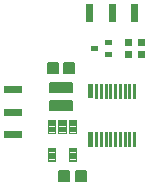
<source format=gbr>
G04 EAGLE Gerber RS-274X export*
G75*
%MOMM*%
%FSLAX34Y34*%
%LPD*%
%INSolderpaste Top*%
%IPPOS*%
%AMOC8*
5,1,8,0,0,1.08239X$1,22.5*%
G01*
%ADD10C,0.090000*%
%ADD11C,0.060000*%
%ADD12C,0.030000*%
%ADD13C,0.105000*%
%ADD14C,0.150000*%
%ADD15C,0.135000*%


D10*
X5950Y72550D02*
X20050Y72550D01*
X20050Y67450D01*
X5950Y67450D01*
X5950Y72550D01*
X5950Y68305D02*
X20050Y68305D01*
X20050Y69160D02*
X5950Y69160D01*
X5950Y70015D02*
X20050Y70015D01*
X20050Y70870D02*
X5950Y70870D01*
X5950Y71725D02*
X20050Y71725D01*
X20050Y91550D02*
X5950Y91550D01*
X20050Y91550D02*
X20050Y86450D01*
X5950Y86450D01*
X5950Y91550D01*
X5950Y87305D02*
X20050Y87305D01*
X20050Y88160D02*
X5950Y88160D01*
X5950Y89015D02*
X20050Y89015D01*
X20050Y89870D02*
X5950Y89870D01*
X5950Y90725D02*
X20050Y90725D01*
X20050Y110550D02*
X5950Y110550D01*
X20050Y110550D02*
X20050Y105450D01*
X5950Y105450D01*
X5950Y110550D01*
X5950Y106305D02*
X20050Y106305D01*
X20050Y107160D02*
X5950Y107160D01*
X5950Y108015D02*
X20050Y108015D01*
X20050Y108870D02*
X5950Y108870D01*
X5950Y109725D02*
X20050Y109725D01*
X80550Y165950D02*
X80550Y180050D01*
X80550Y165950D02*
X75450Y165950D01*
X75450Y180050D01*
X80550Y180050D01*
X80550Y166805D02*
X75450Y166805D01*
X75450Y167660D02*
X80550Y167660D01*
X80550Y168515D02*
X75450Y168515D01*
X75450Y169370D02*
X80550Y169370D01*
X80550Y170225D02*
X75450Y170225D01*
X75450Y171080D02*
X80550Y171080D01*
X80550Y171935D02*
X75450Y171935D01*
X75450Y172790D02*
X80550Y172790D01*
X80550Y173645D02*
X75450Y173645D01*
X75450Y174500D02*
X80550Y174500D01*
X80550Y175355D02*
X75450Y175355D01*
X75450Y176210D02*
X80550Y176210D01*
X80550Y177065D02*
X75450Y177065D01*
X75450Y177920D02*
X80550Y177920D01*
X80550Y178775D02*
X75450Y178775D01*
X75450Y179630D02*
X80550Y179630D01*
X99550Y180050D02*
X99550Y165950D01*
X94450Y165950D01*
X94450Y180050D01*
X99550Y180050D01*
X99550Y166805D02*
X94450Y166805D01*
X94450Y167660D02*
X99550Y167660D01*
X99550Y168515D02*
X94450Y168515D01*
X94450Y169370D02*
X99550Y169370D01*
X99550Y170225D02*
X94450Y170225D01*
X94450Y171080D02*
X99550Y171080D01*
X99550Y171935D02*
X94450Y171935D01*
X94450Y172790D02*
X99550Y172790D01*
X99550Y173645D02*
X94450Y173645D01*
X94450Y174500D02*
X99550Y174500D01*
X99550Y175355D02*
X94450Y175355D01*
X94450Y176210D02*
X99550Y176210D01*
X99550Y177065D02*
X94450Y177065D01*
X94450Y177920D02*
X99550Y177920D01*
X99550Y178775D02*
X94450Y178775D01*
X94450Y179630D02*
X99550Y179630D01*
X118550Y180050D02*
X118550Y165950D01*
X113450Y165950D01*
X113450Y180050D01*
X118550Y180050D01*
X118550Y166805D02*
X113450Y166805D01*
X113450Y167660D02*
X118550Y167660D01*
X118550Y168515D02*
X113450Y168515D01*
X113450Y169370D02*
X118550Y169370D01*
X118550Y170225D02*
X113450Y170225D01*
X113450Y171080D02*
X118550Y171080D01*
X118550Y171935D02*
X113450Y171935D01*
X113450Y172790D02*
X118550Y172790D01*
X118550Y173645D02*
X113450Y173645D01*
X113450Y174500D02*
X118550Y174500D01*
X118550Y175355D02*
X113450Y175355D01*
X113450Y176210D02*
X118550Y176210D01*
X118550Y177065D02*
X113450Y177065D01*
X113450Y177920D02*
X118550Y177920D01*
X118550Y178775D02*
X113450Y178775D01*
X113450Y179630D02*
X118550Y179630D01*
D11*
X80700Y71700D02*
X80700Y60300D01*
X77300Y60300D01*
X77300Y71700D01*
X80700Y71700D01*
X80700Y60870D02*
X77300Y60870D01*
X77300Y61440D02*
X80700Y61440D01*
X80700Y62010D02*
X77300Y62010D01*
X77300Y62580D02*
X80700Y62580D01*
X80700Y63150D02*
X77300Y63150D01*
X77300Y63720D02*
X80700Y63720D01*
X80700Y64290D02*
X77300Y64290D01*
X77300Y64860D02*
X80700Y64860D01*
X80700Y65430D02*
X77300Y65430D01*
X77300Y66000D02*
X80700Y66000D01*
X80700Y66570D02*
X77300Y66570D01*
X77300Y67140D02*
X80700Y67140D01*
X80700Y67710D02*
X77300Y67710D01*
X77300Y68280D02*
X80700Y68280D01*
X80700Y68850D02*
X77300Y68850D01*
X77300Y69420D02*
X80700Y69420D01*
X80700Y69990D02*
X77300Y69990D01*
X77300Y70560D02*
X80700Y70560D01*
X80700Y71130D02*
X77300Y71130D01*
X77300Y71700D02*
X80700Y71700D01*
X80700Y101300D02*
X80700Y112700D01*
X80700Y101300D02*
X77300Y101300D01*
X77300Y112700D01*
X80700Y112700D01*
X80700Y101870D02*
X77300Y101870D01*
X77300Y102440D02*
X80700Y102440D01*
X80700Y103010D02*
X77300Y103010D01*
X77300Y103580D02*
X80700Y103580D01*
X80700Y104150D02*
X77300Y104150D01*
X77300Y104720D02*
X80700Y104720D01*
X80700Y105290D02*
X77300Y105290D01*
X77300Y105860D02*
X80700Y105860D01*
X80700Y106430D02*
X77300Y106430D01*
X77300Y107000D02*
X80700Y107000D01*
X80700Y107570D02*
X77300Y107570D01*
X77300Y108140D02*
X80700Y108140D01*
X80700Y108710D02*
X77300Y108710D01*
X77300Y109280D02*
X80700Y109280D01*
X80700Y109850D02*
X77300Y109850D01*
X77300Y110420D02*
X80700Y110420D01*
X80700Y110990D02*
X77300Y110990D01*
X77300Y111560D02*
X80700Y111560D01*
X80700Y112130D02*
X77300Y112130D01*
X77300Y112700D02*
X80700Y112700D01*
D12*
X84850Y71850D02*
X84850Y60150D01*
X83150Y60150D01*
X83150Y71850D01*
X84850Y71850D01*
X84850Y60435D02*
X83150Y60435D01*
X83150Y60720D02*
X84850Y60720D01*
X84850Y61005D02*
X83150Y61005D01*
X83150Y61290D02*
X84850Y61290D01*
X84850Y61575D02*
X83150Y61575D01*
X83150Y61860D02*
X84850Y61860D01*
X84850Y62145D02*
X83150Y62145D01*
X83150Y62430D02*
X84850Y62430D01*
X84850Y62715D02*
X83150Y62715D01*
X83150Y63000D02*
X84850Y63000D01*
X84850Y63285D02*
X83150Y63285D01*
X83150Y63570D02*
X84850Y63570D01*
X84850Y63855D02*
X83150Y63855D01*
X83150Y64140D02*
X84850Y64140D01*
X84850Y64425D02*
X83150Y64425D01*
X83150Y64710D02*
X84850Y64710D01*
X84850Y64995D02*
X83150Y64995D01*
X83150Y65280D02*
X84850Y65280D01*
X84850Y65565D02*
X83150Y65565D01*
X83150Y65850D02*
X84850Y65850D01*
X84850Y66135D02*
X83150Y66135D01*
X83150Y66420D02*
X84850Y66420D01*
X84850Y66705D02*
X83150Y66705D01*
X83150Y66990D02*
X84850Y66990D01*
X84850Y67275D02*
X83150Y67275D01*
X83150Y67560D02*
X84850Y67560D01*
X84850Y67845D02*
X83150Y67845D01*
X83150Y68130D02*
X84850Y68130D01*
X84850Y68415D02*
X83150Y68415D01*
X83150Y68700D02*
X84850Y68700D01*
X84850Y68985D02*
X83150Y68985D01*
X83150Y69270D02*
X84850Y69270D01*
X84850Y69555D02*
X83150Y69555D01*
X83150Y69840D02*
X84850Y69840D01*
X84850Y70125D02*
X83150Y70125D01*
X83150Y70410D02*
X84850Y70410D01*
X84850Y70695D02*
X83150Y70695D01*
X83150Y70980D02*
X84850Y70980D01*
X84850Y71265D02*
X83150Y71265D01*
X83150Y71550D02*
X84850Y71550D01*
X84850Y71835D02*
X83150Y71835D01*
X84850Y101150D02*
X84850Y112850D01*
X84850Y101150D02*
X83150Y101150D01*
X83150Y112850D01*
X84850Y112850D01*
X84850Y101435D02*
X83150Y101435D01*
X83150Y101720D02*
X84850Y101720D01*
X84850Y102005D02*
X83150Y102005D01*
X83150Y102290D02*
X84850Y102290D01*
X84850Y102575D02*
X83150Y102575D01*
X83150Y102860D02*
X84850Y102860D01*
X84850Y103145D02*
X83150Y103145D01*
X83150Y103430D02*
X84850Y103430D01*
X84850Y103715D02*
X83150Y103715D01*
X83150Y104000D02*
X84850Y104000D01*
X84850Y104285D02*
X83150Y104285D01*
X83150Y104570D02*
X84850Y104570D01*
X84850Y104855D02*
X83150Y104855D01*
X83150Y105140D02*
X84850Y105140D01*
X84850Y105425D02*
X83150Y105425D01*
X83150Y105710D02*
X84850Y105710D01*
X84850Y105995D02*
X83150Y105995D01*
X83150Y106280D02*
X84850Y106280D01*
X84850Y106565D02*
X83150Y106565D01*
X83150Y106850D02*
X84850Y106850D01*
X84850Y107135D02*
X83150Y107135D01*
X83150Y107420D02*
X84850Y107420D01*
X84850Y107705D02*
X83150Y107705D01*
X83150Y107990D02*
X84850Y107990D01*
X84850Y108275D02*
X83150Y108275D01*
X83150Y108560D02*
X84850Y108560D01*
X84850Y108845D02*
X83150Y108845D01*
X83150Y109130D02*
X84850Y109130D01*
X84850Y109415D02*
X83150Y109415D01*
X83150Y109700D02*
X84850Y109700D01*
X84850Y109985D02*
X83150Y109985D01*
X83150Y110270D02*
X84850Y110270D01*
X84850Y110555D02*
X83150Y110555D01*
X83150Y110840D02*
X84850Y110840D01*
X84850Y111125D02*
X83150Y111125D01*
X83150Y111410D02*
X84850Y111410D01*
X84850Y111695D02*
X83150Y111695D01*
X83150Y111980D02*
X84850Y111980D01*
X84850Y112265D02*
X83150Y112265D01*
X83150Y112550D02*
X84850Y112550D01*
X84850Y112835D02*
X83150Y112835D01*
X88850Y71850D02*
X88850Y60150D01*
X87150Y60150D01*
X87150Y71850D01*
X88850Y71850D01*
X88850Y60435D02*
X87150Y60435D01*
X87150Y60720D02*
X88850Y60720D01*
X88850Y61005D02*
X87150Y61005D01*
X87150Y61290D02*
X88850Y61290D01*
X88850Y61575D02*
X87150Y61575D01*
X87150Y61860D02*
X88850Y61860D01*
X88850Y62145D02*
X87150Y62145D01*
X87150Y62430D02*
X88850Y62430D01*
X88850Y62715D02*
X87150Y62715D01*
X87150Y63000D02*
X88850Y63000D01*
X88850Y63285D02*
X87150Y63285D01*
X87150Y63570D02*
X88850Y63570D01*
X88850Y63855D02*
X87150Y63855D01*
X87150Y64140D02*
X88850Y64140D01*
X88850Y64425D02*
X87150Y64425D01*
X87150Y64710D02*
X88850Y64710D01*
X88850Y64995D02*
X87150Y64995D01*
X87150Y65280D02*
X88850Y65280D01*
X88850Y65565D02*
X87150Y65565D01*
X87150Y65850D02*
X88850Y65850D01*
X88850Y66135D02*
X87150Y66135D01*
X87150Y66420D02*
X88850Y66420D01*
X88850Y66705D02*
X87150Y66705D01*
X87150Y66990D02*
X88850Y66990D01*
X88850Y67275D02*
X87150Y67275D01*
X87150Y67560D02*
X88850Y67560D01*
X88850Y67845D02*
X87150Y67845D01*
X87150Y68130D02*
X88850Y68130D01*
X88850Y68415D02*
X87150Y68415D01*
X87150Y68700D02*
X88850Y68700D01*
X88850Y68985D02*
X87150Y68985D01*
X87150Y69270D02*
X88850Y69270D01*
X88850Y69555D02*
X87150Y69555D01*
X87150Y69840D02*
X88850Y69840D01*
X88850Y70125D02*
X87150Y70125D01*
X87150Y70410D02*
X88850Y70410D01*
X88850Y70695D02*
X87150Y70695D01*
X87150Y70980D02*
X88850Y70980D01*
X88850Y71265D02*
X87150Y71265D01*
X87150Y71550D02*
X88850Y71550D01*
X88850Y71835D02*
X87150Y71835D01*
X88850Y101150D02*
X88850Y112850D01*
X88850Y101150D02*
X87150Y101150D01*
X87150Y112850D01*
X88850Y112850D01*
X88850Y101435D02*
X87150Y101435D01*
X87150Y101720D02*
X88850Y101720D01*
X88850Y102005D02*
X87150Y102005D01*
X87150Y102290D02*
X88850Y102290D01*
X88850Y102575D02*
X87150Y102575D01*
X87150Y102860D02*
X88850Y102860D01*
X88850Y103145D02*
X87150Y103145D01*
X87150Y103430D02*
X88850Y103430D01*
X88850Y103715D02*
X87150Y103715D01*
X87150Y104000D02*
X88850Y104000D01*
X88850Y104285D02*
X87150Y104285D01*
X87150Y104570D02*
X88850Y104570D01*
X88850Y104855D02*
X87150Y104855D01*
X87150Y105140D02*
X88850Y105140D01*
X88850Y105425D02*
X87150Y105425D01*
X87150Y105710D02*
X88850Y105710D01*
X88850Y105995D02*
X87150Y105995D01*
X87150Y106280D02*
X88850Y106280D01*
X88850Y106565D02*
X87150Y106565D01*
X87150Y106850D02*
X88850Y106850D01*
X88850Y107135D02*
X87150Y107135D01*
X87150Y107420D02*
X88850Y107420D01*
X88850Y107705D02*
X87150Y107705D01*
X87150Y107990D02*
X88850Y107990D01*
X88850Y108275D02*
X87150Y108275D01*
X87150Y108560D02*
X88850Y108560D01*
X88850Y108845D02*
X87150Y108845D01*
X87150Y109130D02*
X88850Y109130D01*
X88850Y109415D02*
X87150Y109415D01*
X87150Y109700D02*
X88850Y109700D01*
X88850Y109985D02*
X87150Y109985D01*
X87150Y110270D02*
X88850Y110270D01*
X88850Y110555D02*
X87150Y110555D01*
X87150Y110840D02*
X88850Y110840D01*
X88850Y111125D02*
X87150Y111125D01*
X87150Y111410D02*
X88850Y111410D01*
X88850Y111695D02*
X87150Y111695D01*
X87150Y111980D02*
X88850Y111980D01*
X88850Y112265D02*
X87150Y112265D01*
X87150Y112550D02*
X88850Y112550D01*
X88850Y112835D02*
X87150Y112835D01*
X92850Y71850D02*
X92850Y60150D01*
X91150Y60150D01*
X91150Y71850D01*
X92850Y71850D01*
X92850Y60435D02*
X91150Y60435D01*
X91150Y60720D02*
X92850Y60720D01*
X92850Y61005D02*
X91150Y61005D01*
X91150Y61290D02*
X92850Y61290D01*
X92850Y61575D02*
X91150Y61575D01*
X91150Y61860D02*
X92850Y61860D01*
X92850Y62145D02*
X91150Y62145D01*
X91150Y62430D02*
X92850Y62430D01*
X92850Y62715D02*
X91150Y62715D01*
X91150Y63000D02*
X92850Y63000D01*
X92850Y63285D02*
X91150Y63285D01*
X91150Y63570D02*
X92850Y63570D01*
X92850Y63855D02*
X91150Y63855D01*
X91150Y64140D02*
X92850Y64140D01*
X92850Y64425D02*
X91150Y64425D01*
X91150Y64710D02*
X92850Y64710D01*
X92850Y64995D02*
X91150Y64995D01*
X91150Y65280D02*
X92850Y65280D01*
X92850Y65565D02*
X91150Y65565D01*
X91150Y65850D02*
X92850Y65850D01*
X92850Y66135D02*
X91150Y66135D01*
X91150Y66420D02*
X92850Y66420D01*
X92850Y66705D02*
X91150Y66705D01*
X91150Y66990D02*
X92850Y66990D01*
X92850Y67275D02*
X91150Y67275D01*
X91150Y67560D02*
X92850Y67560D01*
X92850Y67845D02*
X91150Y67845D01*
X91150Y68130D02*
X92850Y68130D01*
X92850Y68415D02*
X91150Y68415D01*
X91150Y68700D02*
X92850Y68700D01*
X92850Y68985D02*
X91150Y68985D01*
X91150Y69270D02*
X92850Y69270D01*
X92850Y69555D02*
X91150Y69555D01*
X91150Y69840D02*
X92850Y69840D01*
X92850Y70125D02*
X91150Y70125D01*
X91150Y70410D02*
X92850Y70410D01*
X92850Y70695D02*
X91150Y70695D01*
X91150Y70980D02*
X92850Y70980D01*
X92850Y71265D02*
X91150Y71265D01*
X91150Y71550D02*
X92850Y71550D01*
X92850Y71835D02*
X91150Y71835D01*
X92850Y101150D02*
X92850Y112850D01*
X92850Y101150D02*
X91150Y101150D01*
X91150Y112850D01*
X92850Y112850D01*
X92850Y101435D02*
X91150Y101435D01*
X91150Y101720D02*
X92850Y101720D01*
X92850Y102005D02*
X91150Y102005D01*
X91150Y102290D02*
X92850Y102290D01*
X92850Y102575D02*
X91150Y102575D01*
X91150Y102860D02*
X92850Y102860D01*
X92850Y103145D02*
X91150Y103145D01*
X91150Y103430D02*
X92850Y103430D01*
X92850Y103715D02*
X91150Y103715D01*
X91150Y104000D02*
X92850Y104000D01*
X92850Y104285D02*
X91150Y104285D01*
X91150Y104570D02*
X92850Y104570D01*
X92850Y104855D02*
X91150Y104855D01*
X91150Y105140D02*
X92850Y105140D01*
X92850Y105425D02*
X91150Y105425D01*
X91150Y105710D02*
X92850Y105710D01*
X92850Y105995D02*
X91150Y105995D01*
X91150Y106280D02*
X92850Y106280D01*
X92850Y106565D02*
X91150Y106565D01*
X91150Y106850D02*
X92850Y106850D01*
X92850Y107135D02*
X91150Y107135D01*
X91150Y107420D02*
X92850Y107420D01*
X92850Y107705D02*
X91150Y107705D01*
X91150Y107990D02*
X92850Y107990D01*
X92850Y108275D02*
X91150Y108275D01*
X91150Y108560D02*
X92850Y108560D01*
X92850Y108845D02*
X91150Y108845D01*
X91150Y109130D02*
X92850Y109130D01*
X92850Y109415D02*
X91150Y109415D01*
X91150Y109700D02*
X92850Y109700D01*
X92850Y109985D02*
X91150Y109985D01*
X91150Y110270D02*
X92850Y110270D01*
X92850Y110555D02*
X91150Y110555D01*
X91150Y110840D02*
X92850Y110840D01*
X92850Y111125D02*
X91150Y111125D01*
X91150Y111410D02*
X92850Y111410D01*
X92850Y111695D02*
X91150Y111695D01*
X91150Y111980D02*
X92850Y111980D01*
X92850Y112265D02*
X91150Y112265D01*
X91150Y112550D02*
X92850Y112550D01*
X92850Y112835D02*
X91150Y112835D01*
X96850Y71850D02*
X96850Y60150D01*
X95150Y60150D01*
X95150Y71850D01*
X96850Y71850D01*
X96850Y60435D02*
X95150Y60435D01*
X95150Y60720D02*
X96850Y60720D01*
X96850Y61005D02*
X95150Y61005D01*
X95150Y61290D02*
X96850Y61290D01*
X96850Y61575D02*
X95150Y61575D01*
X95150Y61860D02*
X96850Y61860D01*
X96850Y62145D02*
X95150Y62145D01*
X95150Y62430D02*
X96850Y62430D01*
X96850Y62715D02*
X95150Y62715D01*
X95150Y63000D02*
X96850Y63000D01*
X96850Y63285D02*
X95150Y63285D01*
X95150Y63570D02*
X96850Y63570D01*
X96850Y63855D02*
X95150Y63855D01*
X95150Y64140D02*
X96850Y64140D01*
X96850Y64425D02*
X95150Y64425D01*
X95150Y64710D02*
X96850Y64710D01*
X96850Y64995D02*
X95150Y64995D01*
X95150Y65280D02*
X96850Y65280D01*
X96850Y65565D02*
X95150Y65565D01*
X95150Y65850D02*
X96850Y65850D01*
X96850Y66135D02*
X95150Y66135D01*
X95150Y66420D02*
X96850Y66420D01*
X96850Y66705D02*
X95150Y66705D01*
X95150Y66990D02*
X96850Y66990D01*
X96850Y67275D02*
X95150Y67275D01*
X95150Y67560D02*
X96850Y67560D01*
X96850Y67845D02*
X95150Y67845D01*
X95150Y68130D02*
X96850Y68130D01*
X96850Y68415D02*
X95150Y68415D01*
X95150Y68700D02*
X96850Y68700D01*
X96850Y68985D02*
X95150Y68985D01*
X95150Y69270D02*
X96850Y69270D01*
X96850Y69555D02*
X95150Y69555D01*
X95150Y69840D02*
X96850Y69840D01*
X96850Y70125D02*
X95150Y70125D01*
X95150Y70410D02*
X96850Y70410D01*
X96850Y70695D02*
X95150Y70695D01*
X95150Y70980D02*
X96850Y70980D01*
X96850Y71265D02*
X95150Y71265D01*
X95150Y71550D02*
X96850Y71550D01*
X96850Y71835D02*
X95150Y71835D01*
X96850Y101150D02*
X96850Y112850D01*
X96850Y101150D02*
X95150Y101150D01*
X95150Y112850D01*
X96850Y112850D01*
X96850Y101435D02*
X95150Y101435D01*
X95150Y101720D02*
X96850Y101720D01*
X96850Y102005D02*
X95150Y102005D01*
X95150Y102290D02*
X96850Y102290D01*
X96850Y102575D02*
X95150Y102575D01*
X95150Y102860D02*
X96850Y102860D01*
X96850Y103145D02*
X95150Y103145D01*
X95150Y103430D02*
X96850Y103430D01*
X96850Y103715D02*
X95150Y103715D01*
X95150Y104000D02*
X96850Y104000D01*
X96850Y104285D02*
X95150Y104285D01*
X95150Y104570D02*
X96850Y104570D01*
X96850Y104855D02*
X95150Y104855D01*
X95150Y105140D02*
X96850Y105140D01*
X96850Y105425D02*
X95150Y105425D01*
X95150Y105710D02*
X96850Y105710D01*
X96850Y105995D02*
X95150Y105995D01*
X95150Y106280D02*
X96850Y106280D01*
X96850Y106565D02*
X95150Y106565D01*
X95150Y106850D02*
X96850Y106850D01*
X96850Y107135D02*
X95150Y107135D01*
X95150Y107420D02*
X96850Y107420D01*
X96850Y107705D02*
X95150Y107705D01*
X95150Y107990D02*
X96850Y107990D01*
X96850Y108275D02*
X95150Y108275D01*
X95150Y108560D02*
X96850Y108560D01*
X96850Y108845D02*
X95150Y108845D01*
X95150Y109130D02*
X96850Y109130D01*
X96850Y109415D02*
X95150Y109415D01*
X95150Y109700D02*
X96850Y109700D01*
X96850Y109985D02*
X95150Y109985D01*
X95150Y110270D02*
X96850Y110270D01*
X96850Y110555D02*
X95150Y110555D01*
X95150Y110840D02*
X96850Y110840D01*
X96850Y111125D02*
X95150Y111125D01*
X95150Y111410D02*
X96850Y111410D01*
X96850Y111695D02*
X95150Y111695D01*
X95150Y111980D02*
X96850Y111980D01*
X96850Y112265D02*
X95150Y112265D01*
X95150Y112550D02*
X96850Y112550D01*
X96850Y112835D02*
X95150Y112835D01*
X100850Y71850D02*
X100850Y60150D01*
X99150Y60150D01*
X99150Y71850D01*
X100850Y71850D01*
X100850Y60435D02*
X99150Y60435D01*
X99150Y60720D02*
X100850Y60720D01*
X100850Y61005D02*
X99150Y61005D01*
X99150Y61290D02*
X100850Y61290D01*
X100850Y61575D02*
X99150Y61575D01*
X99150Y61860D02*
X100850Y61860D01*
X100850Y62145D02*
X99150Y62145D01*
X99150Y62430D02*
X100850Y62430D01*
X100850Y62715D02*
X99150Y62715D01*
X99150Y63000D02*
X100850Y63000D01*
X100850Y63285D02*
X99150Y63285D01*
X99150Y63570D02*
X100850Y63570D01*
X100850Y63855D02*
X99150Y63855D01*
X99150Y64140D02*
X100850Y64140D01*
X100850Y64425D02*
X99150Y64425D01*
X99150Y64710D02*
X100850Y64710D01*
X100850Y64995D02*
X99150Y64995D01*
X99150Y65280D02*
X100850Y65280D01*
X100850Y65565D02*
X99150Y65565D01*
X99150Y65850D02*
X100850Y65850D01*
X100850Y66135D02*
X99150Y66135D01*
X99150Y66420D02*
X100850Y66420D01*
X100850Y66705D02*
X99150Y66705D01*
X99150Y66990D02*
X100850Y66990D01*
X100850Y67275D02*
X99150Y67275D01*
X99150Y67560D02*
X100850Y67560D01*
X100850Y67845D02*
X99150Y67845D01*
X99150Y68130D02*
X100850Y68130D01*
X100850Y68415D02*
X99150Y68415D01*
X99150Y68700D02*
X100850Y68700D01*
X100850Y68985D02*
X99150Y68985D01*
X99150Y69270D02*
X100850Y69270D01*
X100850Y69555D02*
X99150Y69555D01*
X99150Y69840D02*
X100850Y69840D01*
X100850Y70125D02*
X99150Y70125D01*
X99150Y70410D02*
X100850Y70410D01*
X100850Y70695D02*
X99150Y70695D01*
X99150Y70980D02*
X100850Y70980D01*
X100850Y71265D02*
X99150Y71265D01*
X99150Y71550D02*
X100850Y71550D01*
X100850Y71835D02*
X99150Y71835D01*
X100850Y101150D02*
X100850Y112850D01*
X100850Y101150D02*
X99150Y101150D01*
X99150Y112850D01*
X100850Y112850D01*
X100850Y101435D02*
X99150Y101435D01*
X99150Y101720D02*
X100850Y101720D01*
X100850Y102005D02*
X99150Y102005D01*
X99150Y102290D02*
X100850Y102290D01*
X100850Y102575D02*
X99150Y102575D01*
X99150Y102860D02*
X100850Y102860D01*
X100850Y103145D02*
X99150Y103145D01*
X99150Y103430D02*
X100850Y103430D01*
X100850Y103715D02*
X99150Y103715D01*
X99150Y104000D02*
X100850Y104000D01*
X100850Y104285D02*
X99150Y104285D01*
X99150Y104570D02*
X100850Y104570D01*
X100850Y104855D02*
X99150Y104855D01*
X99150Y105140D02*
X100850Y105140D01*
X100850Y105425D02*
X99150Y105425D01*
X99150Y105710D02*
X100850Y105710D01*
X100850Y105995D02*
X99150Y105995D01*
X99150Y106280D02*
X100850Y106280D01*
X100850Y106565D02*
X99150Y106565D01*
X99150Y106850D02*
X100850Y106850D01*
X100850Y107135D02*
X99150Y107135D01*
X99150Y107420D02*
X100850Y107420D01*
X100850Y107705D02*
X99150Y107705D01*
X99150Y107990D02*
X100850Y107990D01*
X100850Y108275D02*
X99150Y108275D01*
X99150Y108560D02*
X100850Y108560D01*
X100850Y108845D02*
X99150Y108845D01*
X99150Y109130D02*
X100850Y109130D01*
X100850Y109415D02*
X99150Y109415D01*
X99150Y109700D02*
X100850Y109700D01*
X100850Y109985D02*
X99150Y109985D01*
X99150Y110270D02*
X100850Y110270D01*
X100850Y110555D02*
X99150Y110555D01*
X99150Y110840D02*
X100850Y110840D01*
X100850Y111125D02*
X99150Y111125D01*
X99150Y111410D02*
X100850Y111410D01*
X100850Y111695D02*
X99150Y111695D01*
X99150Y111980D02*
X100850Y111980D01*
X100850Y112265D02*
X99150Y112265D01*
X99150Y112550D02*
X100850Y112550D01*
X100850Y112835D02*
X99150Y112835D01*
X104850Y71850D02*
X104850Y60150D01*
X103150Y60150D01*
X103150Y71850D01*
X104850Y71850D01*
X104850Y60435D02*
X103150Y60435D01*
X103150Y60720D02*
X104850Y60720D01*
X104850Y61005D02*
X103150Y61005D01*
X103150Y61290D02*
X104850Y61290D01*
X104850Y61575D02*
X103150Y61575D01*
X103150Y61860D02*
X104850Y61860D01*
X104850Y62145D02*
X103150Y62145D01*
X103150Y62430D02*
X104850Y62430D01*
X104850Y62715D02*
X103150Y62715D01*
X103150Y63000D02*
X104850Y63000D01*
X104850Y63285D02*
X103150Y63285D01*
X103150Y63570D02*
X104850Y63570D01*
X104850Y63855D02*
X103150Y63855D01*
X103150Y64140D02*
X104850Y64140D01*
X104850Y64425D02*
X103150Y64425D01*
X103150Y64710D02*
X104850Y64710D01*
X104850Y64995D02*
X103150Y64995D01*
X103150Y65280D02*
X104850Y65280D01*
X104850Y65565D02*
X103150Y65565D01*
X103150Y65850D02*
X104850Y65850D01*
X104850Y66135D02*
X103150Y66135D01*
X103150Y66420D02*
X104850Y66420D01*
X104850Y66705D02*
X103150Y66705D01*
X103150Y66990D02*
X104850Y66990D01*
X104850Y67275D02*
X103150Y67275D01*
X103150Y67560D02*
X104850Y67560D01*
X104850Y67845D02*
X103150Y67845D01*
X103150Y68130D02*
X104850Y68130D01*
X104850Y68415D02*
X103150Y68415D01*
X103150Y68700D02*
X104850Y68700D01*
X104850Y68985D02*
X103150Y68985D01*
X103150Y69270D02*
X104850Y69270D01*
X104850Y69555D02*
X103150Y69555D01*
X103150Y69840D02*
X104850Y69840D01*
X104850Y70125D02*
X103150Y70125D01*
X103150Y70410D02*
X104850Y70410D01*
X104850Y70695D02*
X103150Y70695D01*
X103150Y70980D02*
X104850Y70980D01*
X104850Y71265D02*
X103150Y71265D01*
X103150Y71550D02*
X104850Y71550D01*
X104850Y71835D02*
X103150Y71835D01*
X104850Y101150D02*
X104850Y112850D01*
X104850Y101150D02*
X103150Y101150D01*
X103150Y112850D01*
X104850Y112850D01*
X104850Y101435D02*
X103150Y101435D01*
X103150Y101720D02*
X104850Y101720D01*
X104850Y102005D02*
X103150Y102005D01*
X103150Y102290D02*
X104850Y102290D01*
X104850Y102575D02*
X103150Y102575D01*
X103150Y102860D02*
X104850Y102860D01*
X104850Y103145D02*
X103150Y103145D01*
X103150Y103430D02*
X104850Y103430D01*
X104850Y103715D02*
X103150Y103715D01*
X103150Y104000D02*
X104850Y104000D01*
X104850Y104285D02*
X103150Y104285D01*
X103150Y104570D02*
X104850Y104570D01*
X104850Y104855D02*
X103150Y104855D01*
X103150Y105140D02*
X104850Y105140D01*
X104850Y105425D02*
X103150Y105425D01*
X103150Y105710D02*
X104850Y105710D01*
X104850Y105995D02*
X103150Y105995D01*
X103150Y106280D02*
X104850Y106280D01*
X104850Y106565D02*
X103150Y106565D01*
X103150Y106850D02*
X104850Y106850D01*
X104850Y107135D02*
X103150Y107135D01*
X103150Y107420D02*
X104850Y107420D01*
X104850Y107705D02*
X103150Y107705D01*
X103150Y107990D02*
X104850Y107990D01*
X104850Y108275D02*
X103150Y108275D01*
X103150Y108560D02*
X104850Y108560D01*
X104850Y108845D02*
X103150Y108845D01*
X103150Y109130D02*
X104850Y109130D01*
X104850Y109415D02*
X103150Y109415D01*
X103150Y109700D02*
X104850Y109700D01*
X104850Y109985D02*
X103150Y109985D01*
X103150Y110270D02*
X104850Y110270D01*
X104850Y110555D02*
X103150Y110555D01*
X103150Y110840D02*
X104850Y110840D01*
X104850Y111125D02*
X103150Y111125D01*
X103150Y111410D02*
X104850Y111410D01*
X104850Y111695D02*
X103150Y111695D01*
X103150Y111980D02*
X104850Y111980D01*
X104850Y112265D02*
X103150Y112265D01*
X103150Y112550D02*
X104850Y112550D01*
X104850Y112835D02*
X103150Y112835D01*
X108850Y71850D02*
X108850Y60150D01*
X107150Y60150D01*
X107150Y71850D01*
X108850Y71850D01*
X108850Y60435D02*
X107150Y60435D01*
X107150Y60720D02*
X108850Y60720D01*
X108850Y61005D02*
X107150Y61005D01*
X107150Y61290D02*
X108850Y61290D01*
X108850Y61575D02*
X107150Y61575D01*
X107150Y61860D02*
X108850Y61860D01*
X108850Y62145D02*
X107150Y62145D01*
X107150Y62430D02*
X108850Y62430D01*
X108850Y62715D02*
X107150Y62715D01*
X107150Y63000D02*
X108850Y63000D01*
X108850Y63285D02*
X107150Y63285D01*
X107150Y63570D02*
X108850Y63570D01*
X108850Y63855D02*
X107150Y63855D01*
X107150Y64140D02*
X108850Y64140D01*
X108850Y64425D02*
X107150Y64425D01*
X107150Y64710D02*
X108850Y64710D01*
X108850Y64995D02*
X107150Y64995D01*
X107150Y65280D02*
X108850Y65280D01*
X108850Y65565D02*
X107150Y65565D01*
X107150Y65850D02*
X108850Y65850D01*
X108850Y66135D02*
X107150Y66135D01*
X107150Y66420D02*
X108850Y66420D01*
X108850Y66705D02*
X107150Y66705D01*
X107150Y66990D02*
X108850Y66990D01*
X108850Y67275D02*
X107150Y67275D01*
X107150Y67560D02*
X108850Y67560D01*
X108850Y67845D02*
X107150Y67845D01*
X107150Y68130D02*
X108850Y68130D01*
X108850Y68415D02*
X107150Y68415D01*
X107150Y68700D02*
X108850Y68700D01*
X108850Y68985D02*
X107150Y68985D01*
X107150Y69270D02*
X108850Y69270D01*
X108850Y69555D02*
X107150Y69555D01*
X107150Y69840D02*
X108850Y69840D01*
X108850Y70125D02*
X107150Y70125D01*
X107150Y70410D02*
X108850Y70410D01*
X108850Y70695D02*
X107150Y70695D01*
X107150Y70980D02*
X108850Y70980D01*
X108850Y71265D02*
X107150Y71265D01*
X107150Y71550D02*
X108850Y71550D01*
X108850Y71835D02*
X107150Y71835D01*
X108850Y101150D02*
X108850Y112850D01*
X108850Y101150D02*
X107150Y101150D01*
X107150Y112850D01*
X108850Y112850D01*
X108850Y101435D02*
X107150Y101435D01*
X107150Y101720D02*
X108850Y101720D01*
X108850Y102005D02*
X107150Y102005D01*
X107150Y102290D02*
X108850Y102290D01*
X108850Y102575D02*
X107150Y102575D01*
X107150Y102860D02*
X108850Y102860D01*
X108850Y103145D02*
X107150Y103145D01*
X107150Y103430D02*
X108850Y103430D01*
X108850Y103715D02*
X107150Y103715D01*
X107150Y104000D02*
X108850Y104000D01*
X108850Y104285D02*
X107150Y104285D01*
X107150Y104570D02*
X108850Y104570D01*
X108850Y104855D02*
X107150Y104855D01*
X107150Y105140D02*
X108850Y105140D01*
X108850Y105425D02*
X107150Y105425D01*
X107150Y105710D02*
X108850Y105710D01*
X108850Y105995D02*
X107150Y105995D01*
X107150Y106280D02*
X108850Y106280D01*
X108850Y106565D02*
X107150Y106565D01*
X107150Y106850D02*
X108850Y106850D01*
X108850Y107135D02*
X107150Y107135D01*
X107150Y107420D02*
X108850Y107420D01*
X108850Y107705D02*
X107150Y107705D01*
X107150Y107990D02*
X108850Y107990D01*
X108850Y108275D02*
X107150Y108275D01*
X107150Y108560D02*
X108850Y108560D01*
X108850Y108845D02*
X107150Y108845D01*
X107150Y109130D02*
X108850Y109130D01*
X108850Y109415D02*
X107150Y109415D01*
X107150Y109700D02*
X108850Y109700D01*
X108850Y109985D02*
X107150Y109985D01*
X107150Y110270D02*
X108850Y110270D01*
X108850Y110555D02*
X107150Y110555D01*
X107150Y110840D02*
X108850Y110840D01*
X108850Y111125D02*
X107150Y111125D01*
X107150Y111410D02*
X108850Y111410D01*
X108850Y111695D02*
X107150Y111695D01*
X107150Y111980D02*
X108850Y111980D01*
X108850Y112265D02*
X107150Y112265D01*
X107150Y112550D02*
X108850Y112550D01*
X108850Y112835D02*
X107150Y112835D01*
X112850Y71850D02*
X112850Y60150D01*
X111150Y60150D01*
X111150Y71850D01*
X112850Y71850D01*
X112850Y60435D02*
X111150Y60435D01*
X111150Y60720D02*
X112850Y60720D01*
X112850Y61005D02*
X111150Y61005D01*
X111150Y61290D02*
X112850Y61290D01*
X112850Y61575D02*
X111150Y61575D01*
X111150Y61860D02*
X112850Y61860D01*
X112850Y62145D02*
X111150Y62145D01*
X111150Y62430D02*
X112850Y62430D01*
X112850Y62715D02*
X111150Y62715D01*
X111150Y63000D02*
X112850Y63000D01*
X112850Y63285D02*
X111150Y63285D01*
X111150Y63570D02*
X112850Y63570D01*
X112850Y63855D02*
X111150Y63855D01*
X111150Y64140D02*
X112850Y64140D01*
X112850Y64425D02*
X111150Y64425D01*
X111150Y64710D02*
X112850Y64710D01*
X112850Y64995D02*
X111150Y64995D01*
X111150Y65280D02*
X112850Y65280D01*
X112850Y65565D02*
X111150Y65565D01*
X111150Y65850D02*
X112850Y65850D01*
X112850Y66135D02*
X111150Y66135D01*
X111150Y66420D02*
X112850Y66420D01*
X112850Y66705D02*
X111150Y66705D01*
X111150Y66990D02*
X112850Y66990D01*
X112850Y67275D02*
X111150Y67275D01*
X111150Y67560D02*
X112850Y67560D01*
X112850Y67845D02*
X111150Y67845D01*
X111150Y68130D02*
X112850Y68130D01*
X112850Y68415D02*
X111150Y68415D01*
X111150Y68700D02*
X112850Y68700D01*
X112850Y68985D02*
X111150Y68985D01*
X111150Y69270D02*
X112850Y69270D01*
X112850Y69555D02*
X111150Y69555D01*
X111150Y69840D02*
X112850Y69840D01*
X112850Y70125D02*
X111150Y70125D01*
X111150Y70410D02*
X112850Y70410D01*
X112850Y70695D02*
X111150Y70695D01*
X111150Y70980D02*
X112850Y70980D01*
X112850Y71265D02*
X111150Y71265D01*
X111150Y71550D02*
X112850Y71550D01*
X112850Y71835D02*
X111150Y71835D01*
X112850Y101150D02*
X112850Y112850D01*
X112850Y101150D02*
X111150Y101150D01*
X111150Y112850D01*
X112850Y112850D01*
X112850Y101435D02*
X111150Y101435D01*
X111150Y101720D02*
X112850Y101720D01*
X112850Y102005D02*
X111150Y102005D01*
X111150Y102290D02*
X112850Y102290D01*
X112850Y102575D02*
X111150Y102575D01*
X111150Y102860D02*
X112850Y102860D01*
X112850Y103145D02*
X111150Y103145D01*
X111150Y103430D02*
X112850Y103430D01*
X112850Y103715D02*
X111150Y103715D01*
X111150Y104000D02*
X112850Y104000D01*
X112850Y104285D02*
X111150Y104285D01*
X111150Y104570D02*
X112850Y104570D01*
X112850Y104855D02*
X111150Y104855D01*
X111150Y105140D02*
X112850Y105140D01*
X112850Y105425D02*
X111150Y105425D01*
X111150Y105710D02*
X112850Y105710D01*
X112850Y105995D02*
X111150Y105995D01*
X111150Y106280D02*
X112850Y106280D01*
X112850Y106565D02*
X111150Y106565D01*
X111150Y106850D02*
X112850Y106850D01*
X112850Y107135D02*
X111150Y107135D01*
X111150Y107420D02*
X112850Y107420D01*
X112850Y107705D02*
X111150Y107705D01*
X111150Y107990D02*
X112850Y107990D01*
X112850Y108275D02*
X111150Y108275D01*
X111150Y108560D02*
X112850Y108560D01*
X112850Y108845D02*
X111150Y108845D01*
X111150Y109130D02*
X112850Y109130D01*
X112850Y109415D02*
X111150Y109415D01*
X111150Y109700D02*
X112850Y109700D01*
X112850Y109985D02*
X111150Y109985D01*
X111150Y110270D02*
X112850Y110270D01*
X112850Y110555D02*
X111150Y110555D01*
X111150Y110840D02*
X112850Y110840D01*
X112850Y111125D02*
X111150Y111125D01*
X111150Y111410D02*
X112850Y111410D01*
X112850Y111695D02*
X111150Y111695D01*
X111150Y111980D02*
X112850Y111980D01*
X112850Y112265D02*
X111150Y112265D01*
X111150Y112550D02*
X112850Y112550D01*
X112850Y112835D02*
X111150Y112835D01*
X116850Y71850D02*
X116850Y60150D01*
X115150Y60150D01*
X115150Y71850D01*
X116850Y71850D01*
X116850Y60435D02*
X115150Y60435D01*
X115150Y60720D02*
X116850Y60720D01*
X116850Y61005D02*
X115150Y61005D01*
X115150Y61290D02*
X116850Y61290D01*
X116850Y61575D02*
X115150Y61575D01*
X115150Y61860D02*
X116850Y61860D01*
X116850Y62145D02*
X115150Y62145D01*
X115150Y62430D02*
X116850Y62430D01*
X116850Y62715D02*
X115150Y62715D01*
X115150Y63000D02*
X116850Y63000D01*
X116850Y63285D02*
X115150Y63285D01*
X115150Y63570D02*
X116850Y63570D01*
X116850Y63855D02*
X115150Y63855D01*
X115150Y64140D02*
X116850Y64140D01*
X116850Y64425D02*
X115150Y64425D01*
X115150Y64710D02*
X116850Y64710D01*
X116850Y64995D02*
X115150Y64995D01*
X115150Y65280D02*
X116850Y65280D01*
X116850Y65565D02*
X115150Y65565D01*
X115150Y65850D02*
X116850Y65850D01*
X116850Y66135D02*
X115150Y66135D01*
X115150Y66420D02*
X116850Y66420D01*
X116850Y66705D02*
X115150Y66705D01*
X115150Y66990D02*
X116850Y66990D01*
X116850Y67275D02*
X115150Y67275D01*
X115150Y67560D02*
X116850Y67560D01*
X116850Y67845D02*
X115150Y67845D01*
X115150Y68130D02*
X116850Y68130D01*
X116850Y68415D02*
X115150Y68415D01*
X115150Y68700D02*
X116850Y68700D01*
X116850Y68985D02*
X115150Y68985D01*
X115150Y69270D02*
X116850Y69270D01*
X116850Y69555D02*
X115150Y69555D01*
X115150Y69840D02*
X116850Y69840D01*
X116850Y70125D02*
X115150Y70125D01*
X115150Y70410D02*
X116850Y70410D01*
X116850Y70695D02*
X115150Y70695D01*
X115150Y70980D02*
X116850Y70980D01*
X116850Y71265D02*
X115150Y71265D01*
X115150Y71550D02*
X116850Y71550D01*
X116850Y71835D02*
X115150Y71835D01*
X116850Y101150D02*
X116850Y112850D01*
X116850Y101150D02*
X115150Y101150D01*
X115150Y112850D01*
X116850Y112850D01*
X116850Y101435D02*
X115150Y101435D01*
X115150Y101720D02*
X116850Y101720D01*
X116850Y102005D02*
X115150Y102005D01*
X115150Y102290D02*
X116850Y102290D01*
X116850Y102575D02*
X115150Y102575D01*
X115150Y102860D02*
X116850Y102860D01*
X116850Y103145D02*
X115150Y103145D01*
X115150Y103430D02*
X116850Y103430D01*
X116850Y103715D02*
X115150Y103715D01*
X115150Y104000D02*
X116850Y104000D01*
X116850Y104285D02*
X115150Y104285D01*
X115150Y104570D02*
X116850Y104570D01*
X116850Y104855D02*
X115150Y104855D01*
X115150Y105140D02*
X116850Y105140D01*
X116850Y105425D02*
X115150Y105425D01*
X115150Y105710D02*
X116850Y105710D01*
X116850Y105995D02*
X115150Y105995D01*
X115150Y106280D02*
X116850Y106280D01*
X116850Y106565D02*
X115150Y106565D01*
X115150Y106850D02*
X116850Y106850D01*
X116850Y107135D02*
X115150Y107135D01*
X115150Y107420D02*
X116850Y107420D01*
X116850Y107705D02*
X115150Y107705D01*
X115150Y107990D02*
X116850Y107990D01*
X116850Y108275D02*
X115150Y108275D01*
X115150Y108560D02*
X116850Y108560D01*
X116850Y108845D02*
X115150Y108845D01*
X115150Y109130D02*
X116850Y109130D01*
X116850Y109415D02*
X115150Y109415D01*
X115150Y109700D02*
X116850Y109700D01*
X116850Y109985D02*
X115150Y109985D01*
X115150Y110270D02*
X116850Y110270D01*
X116850Y110555D02*
X115150Y110555D01*
X115150Y110840D02*
X116850Y110840D01*
X116850Y111125D02*
X115150Y111125D01*
X115150Y111410D02*
X116850Y111410D01*
X116850Y111695D02*
X115150Y111695D01*
X115150Y111980D02*
X116850Y111980D01*
X116850Y112265D02*
X115150Y112265D01*
X115150Y112550D02*
X116850Y112550D01*
X116850Y112835D02*
X115150Y112835D01*
D10*
X113550Y145450D02*
X108450Y145450D01*
X108450Y150550D01*
X113550Y150550D01*
X113550Y145450D01*
X113550Y146305D02*
X108450Y146305D01*
X108450Y147160D02*
X113550Y147160D01*
X113550Y148015D02*
X108450Y148015D01*
X108450Y148870D02*
X113550Y148870D01*
X113550Y149725D02*
X108450Y149725D01*
X108450Y140550D02*
X113550Y140550D01*
X113550Y135450D01*
X108450Y135450D01*
X108450Y140550D01*
X108450Y136305D02*
X113550Y136305D01*
X113550Y137160D02*
X108450Y137160D01*
X108450Y138015D02*
X113550Y138015D01*
X113550Y138870D02*
X108450Y138870D01*
X108450Y139725D02*
X113550Y139725D01*
X119450Y140550D02*
X124550Y140550D01*
X124550Y135450D01*
X119450Y135450D01*
X119450Y140550D01*
X119450Y136305D02*
X124550Y136305D01*
X124550Y137160D02*
X119450Y137160D01*
X119450Y138015D02*
X124550Y138015D01*
X124550Y138870D02*
X119450Y138870D01*
X119450Y139725D02*
X124550Y139725D01*
X124550Y145450D02*
X119450Y145450D01*
X119450Y150550D01*
X124550Y150550D01*
X124550Y145450D01*
X124550Y146305D02*
X119450Y146305D01*
X119450Y147160D02*
X124550Y147160D01*
X124550Y148015D02*
X119450Y148015D01*
X119450Y148870D02*
X124550Y148870D01*
X124550Y149725D02*
X119450Y149725D01*
D13*
X48975Y82475D02*
X43025Y82475D01*
X48975Y82475D02*
X48975Y71525D01*
X43025Y71525D01*
X43025Y82475D01*
X43025Y72522D02*
X48975Y72522D01*
X48975Y73519D02*
X43025Y73519D01*
X43025Y74516D02*
X48975Y74516D01*
X48975Y75513D02*
X43025Y75513D01*
X43025Y76510D02*
X48975Y76510D01*
X48975Y77507D02*
X43025Y77507D01*
X43025Y78504D02*
X48975Y78504D01*
X48975Y79501D02*
X43025Y79501D01*
X43025Y80498D02*
X48975Y80498D01*
X48975Y81495D02*
X43025Y81495D01*
X52025Y82475D02*
X57975Y82475D01*
X57975Y71525D01*
X52025Y71525D01*
X52025Y82475D01*
X52025Y72522D02*
X57975Y72522D01*
X57975Y73519D02*
X52025Y73519D01*
X52025Y74516D02*
X57975Y74516D01*
X57975Y75513D02*
X52025Y75513D01*
X52025Y76510D02*
X57975Y76510D01*
X57975Y77507D02*
X52025Y77507D01*
X52025Y78504D02*
X57975Y78504D01*
X57975Y79501D02*
X52025Y79501D01*
X52025Y80498D02*
X57975Y80498D01*
X57975Y81495D02*
X52025Y81495D01*
X61025Y82475D02*
X66975Y82475D01*
X66975Y71525D01*
X61025Y71525D01*
X61025Y82475D01*
X61025Y72522D02*
X66975Y72522D01*
X66975Y73519D02*
X61025Y73519D01*
X61025Y74516D02*
X66975Y74516D01*
X66975Y75513D02*
X61025Y75513D01*
X61025Y76510D02*
X66975Y76510D01*
X66975Y77507D02*
X61025Y77507D01*
X61025Y78504D02*
X66975Y78504D01*
X66975Y79501D02*
X61025Y79501D01*
X61025Y80498D02*
X66975Y80498D01*
X66975Y81495D02*
X61025Y81495D01*
X61025Y58475D02*
X66975Y58475D01*
X66975Y47525D01*
X61025Y47525D01*
X61025Y58475D01*
X61025Y48522D02*
X66975Y48522D01*
X66975Y49519D02*
X61025Y49519D01*
X61025Y50516D02*
X66975Y50516D01*
X66975Y51513D02*
X61025Y51513D01*
X61025Y52510D02*
X66975Y52510D01*
X66975Y53507D02*
X61025Y53507D01*
X61025Y54504D02*
X66975Y54504D01*
X66975Y55501D02*
X61025Y55501D01*
X61025Y56498D02*
X66975Y56498D01*
X66975Y57495D02*
X61025Y57495D01*
X48975Y58475D02*
X43025Y58475D01*
X48975Y58475D02*
X48975Y47525D01*
X43025Y47525D01*
X43025Y58475D01*
X43025Y48522D02*
X48975Y48522D01*
X48975Y49519D02*
X43025Y49519D01*
X43025Y50516D02*
X48975Y50516D01*
X48975Y51513D02*
X43025Y51513D01*
X43025Y52510D02*
X48975Y52510D01*
X48975Y53507D02*
X43025Y53507D01*
X43025Y54504D02*
X48975Y54504D01*
X48975Y55501D02*
X43025Y55501D01*
X43025Y56498D02*
X48975Y56498D01*
X48975Y57495D02*
X43025Y57495D01*
D14*
X66750Y39250D02*
X66750Y30750D01*
X66750Y39250D02*
X75250Y39250D01*
X75250Y30750D01*
X66750Y30750D01*
X66750Y32175D02*
X75250Y32175D01*
X75250Y33600D02*
X66750Y33600D01*
X66750Y35025D02*
X75250Y35025D01*
X75250Y36450D02*
X66750Y36450D01*
X66750Y37875D02*
X75250Y37875D01*
X52750Y39250D02*
X52750Y30750D01*
X52750Y39250D02*
X61250Y39250D01*
X61250Y30750D01*
X52750Y30750D01*
X52750Y32175D02*
X61250Y32175D01*
X61250Y33600D02*
X52750Y33600D01*
X52750Y35025D02*
X61250Y35025D01*
X61250Y36450D02*
X52750Y36450D01*
X52750Y37875D02*
X61250Y37875D01*
X51250Y121750D02*
X51250Y130250D01*
X51250Y121750D02*
X42750Y121750D01*
X42750Y130250D01*
X51250Y130250D01*
X51250Y123175D02*
X42750Y123175D01*
X42750Y124600D02*
X51250Y124600D01*
X51250Y126025D02*
X42750Y126025D01*
X42750Y127450D02*
X51250Y127450D01*
X51250Y128875D02*
X42750Y128875D01*
X65250Y130250D02*
X65250Y121750D01*
X56750Y121750D01*
X56750Y130250D01*
X65250Y130250D01*
X65250Y123175D02*
X56750Y123175D01*
X56750Y124600D02*
X65250Y124600D01*
X65250Y126025D02*
X56750Y126025D01*
X56750Y127450D02*
X65250Y127450D01*
X65250Y128875D02*
X56750Y128875D01*
D15*
X63325Y97825D02*
X44675Y97825D01*
X63325Y97825D02*
X63325Y90175D01*
X44675Y90175D01*
X44675Y97825D01*
X44675Y91457D02*
X63325Y91457D01*
X63325Y92739D02*
X44675Y92739D01*
X44675Y94021D02*
X63325Y94021D01*
X63325Y95303D02*
X44675Y95303D01*
X44675Y96585D02*
X63325Y96585D01*
X63325Y113825D02*
X44675Y113825D01*
X63325Y113825D02*
X63325Y106175D01*
X44675Y106175D01*
X44675Y113825D01*
X44675Y107457D02*
X63325Y107457D01*
X63325Y108739D02*
X44675Y108739D01*
X44675Y110021D02*
X63325Y110021D01*
X63325Y111303D02*
X44675Y111303D01*
X44675Y112585D02*
X63325Y112585D01*
D11*
X91300Y136300D02*
X91300Y139700D01*
X96700Y139700D01*
X96700Y136300D01*
X91300Y136300D01*
X91300Y136870D02*
X96700Y136870D01*
X96700Y137440D02*
X91300Y137440D01*
X91300Y138010D02*
X96700Y138010D01*
X96700Y138580D02*
X91300Y138580D01*
X91300Y139150D02*
X96700Y139150D01*
X91300Y146300D02*
X91300Y149700D01*
X96700Y149700D01*
X96700Y146300D01*
X91300Y146300D01*
X91300Y146870D02*
X96700Y146870D01*
X96700Y147440D02*
X91300Y147440D01*
X91300Y148010D02*
X96700Y148010D01*
X96700Y148580D02*
X91300Y148580D01*
X91300Y149150D02*
X96700Y149150D01*
X79300Y144700D02*
X79300Y141300D01*
X79300Y144700D02*
X84700Y144700D01*
X84700Y141300D01*
X79300Y141300D01*
X79300Y141870D02*
X84700Y141870D01*
X84700Y142440D02*
X79300Y142440D01*
X79300Y143010D02*
X84700Y143010D01*
X84700Y143580D02*
X79300Y143580D01*
X79300Y144150D02*
X84700Y144150D01*
M02*

</source>
